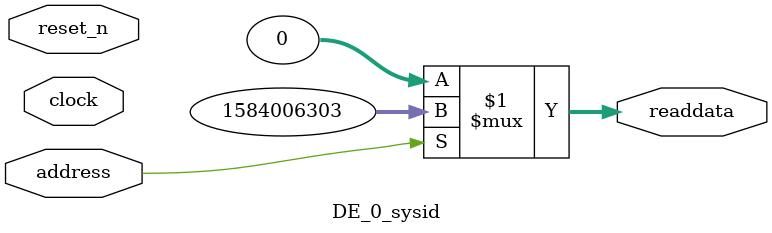
<source format=v>

`timescale 1ns / 1ps
// synthesis translate_on

// turn off superfluous verilog processor warnings 
// altera message_level Level1 
// altera message_off 10034 10035 10036 10037 10230 10240 10030 

module DE_0_sysid (
               // inputs:
                address,
                clock,
                reset_n,

               // outputs:
                readdata
             )
;

  output  [ 31: 0] readdata;
  input            address;
  input            clock;
  input            reset_n;

  wire    [ 31: 0] readdata;
  //control_slave, which is an e_avalon_slave
  assign readdata = address ? 1584006303 : 0;

endmodule




</source>
